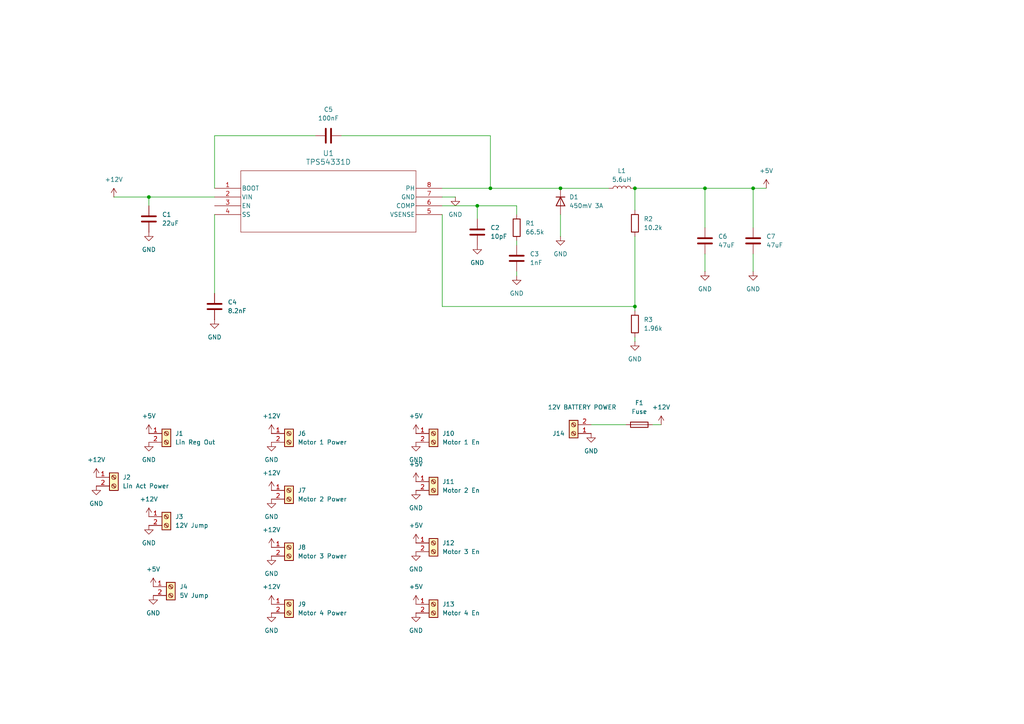
<source format=kicad_sch>
(kicad_sch (version 20231120) (generator "eeschema") (generator_version "8.0")
  (paper "A4")
  (lib_symbols
    (symbol "2024-11-13_22-21-45:TPS54331D" (pin_names (offset 0.254))
      (property "Reference" "U" (at 33.02 10.16 0))
      (property "Value" "TPS54331D" (at 33.02 7.62 0))
      (symbol "TPS54331D_1_1"
        (polyline (pts (xy 7.62 -12.7) (xy 58.42 -12.7)) (stroke (width 0.127)))
        (polyline (pts (xy 7.62 5.08) (xy 7.62 -12.7)) (stroke (width 0.127)))
        (polyline (pts (xy 58.42 -12.7) (xy 58.42 5.08)) (stroke (width 0.127)))
        (polyline (pts (xy 58.42 5.08) (xy 7.62 5.08)) (stroke (width 0.127)))
        (pin unspecified line (at 0 0 0) (length 7.62) (name "BOOT") (number "1"))
        (pin input line (at 0 -2.54 0) (length 7.62) (name "VIN") (number "2"))
        (pin unspecified line (at 0 -5.08 0) (length 7.62) (name "EN") (number "3"))
        (pin unspecified line (at 0 -7.62 0) (length 7.62) (name "SS") (number "4"))
        (pin unspecified line (at 66.04 -7.62 180) (length 7.62) (name "VSENSE") (number "5"))
        (pin output line (at 66.04 -5.08 180) (length 7.62) (name "COMP") (number "6"))
        (pin power_in line (at 66.04 -2.54 180) (length 7.62) (name "GND") (number "7"))
        (pin power_in line (at 66.04 0 180) (length 7.62) (name "PH") (number "8"))
      )
    )
    (symbol "Connector:Screw_Terminal_01x02" (pin_names (offset 1.016) hide)
      (property "Reference" "J" (at 0 2.54 0))
      (property "Value" "Screw_Terminal_01x02" (at 0 -5.08 0))
      (symbol "Screw_Terminal_01x02_1_1"
        (rectangle (start -1.27 1.27) (end 1.27 -3.81) (stroke (width 0.254)) (fill (type background)))
        (circle (center 0 -2.54) (radius 0.635) (stroke (width 0.1524)))
        (polyline (pts (xy -0.5334 -2.2098) (xy 0.3302 -3.048)) (stroke (width 0.1524)))
        (polyline (pts (xy -0.5334 0.3302) (xy 0.3302 -0.508)) (stroke (width 0.1524)))
        (polyline (pts (xy -0.3556 -2.032) (xy 0.508 -2.8702)) (stroke (width 0.1524)))
        (polyline (pts (xy -0.3556 0.508) (xy 0.508 -0.3302)) (stroke (width 0.1524)))
        (circle (center 0 0) (radius 0.635) (stroke (width 0.1524)))
        (pin passive line (at -5.08 0 0) (length 3.81) (name "Pin_1") (number "1"))
        (pin passive line (at -5.08 -2.54 0) (length 3.81) (name "Pin_2") (number "2"))
      )
    )
    (symbol "Device:C" (pin_numbers hide) (pin_names (offset 0.254))
      (property "Reference" "C" (at 0.635 2.54 0))
      (property "Value" "C" (at 0.635 -2.54 0))
      (symbol "C_0_1"
        (polyline (pts (xy -2.032 -0.762) (xy 2.032 -0.762)) (stroke (width 0.508)))
        (polyline (pts (xy -2.032 0.762) (xy 2.032 0.762)) (stroke (width 0.508)))
      )
      (symbol "C_1_1"
        (pin passive line (at 0 3.81 270) (length 2.794) (name "~") (number "1"))
        (pin passive line (at 0 -3.81 90) (length 2.794) (name "~") (number "2"))
      )
    )
    (symbol "Device:D" (pin_numbers hide) (pin_names (offset 1.016) hide)
      (property "Reference" "D" (at 0 2.54 0))
      (property "Value" "D" (at 0 -2.54 0))
      (symbol "D_0_1"
        (polyline (pts (xy -1.27 1.27) (xy -1.27 -1.27)) (stroke (width 0.254)))
        (polyline (pts (xy 1.27 0) (xy -1.27 0)))
        (polyline (pts (xy 1.27 1.27) (xy 1.27 -1.27) (xy -1.27 0) (xy 1.27 1.27)) (stroke (width 0.254)))
      )
      (symbol "D_1_1"
        (pin passive line (at -3.81 0 0) (length 2.54) (name "K") (number "1"))
        (pin passive line (at 3.81 0 180) (length 2.54) (name "A") (number "2"))
      )
    )
    (symbol "Device:Fuse" (pin_numbers hide) (pin_names (offset 0))
      (property "Reference" "F" (at 2.032 0 90))
      (property "Value" "Fuse" (at -1.905 0 90))
      (symbol "Fuse_0_1"
        (rectangle (start -0.762 -2.54) (end 0.762 2.54) (stroke (width 0.254)))
        (polyline (pts (xy 0 2.54) (xy 0 -2.54)))
      )
      (symbol "Fuse_1_1"
        (pin passive line (at 0 3.81 270) (length 1.27) (name "~") (number "1"))
        (pin passive line (at 0 -3.81 90) (length 1.27) (name "~") (number "2"))
      )
    )
    (symbol "Device:L" (pin_numbers hide) (pin_names (offset 1.016) hide)
      (property "Reference" "L" (at -1.27 0 90))
      (property "Value" "L" (at 1.905 0 90))
      (symbol "L_0_1"
        (arc (start 0 -2.54) (mid 0.6323 -1.905) (end 0 -1.27))
        (arc (start 0 -1.27) (mid 0.6323 -0.635) (end 0 0))
        (arc (start 0 0) (mid 0.6323 0.635) (end 0 1.27))
        (arc (start 0 1.27) (mid 0.6323 1.905) (end 0 2.54))
      )
      (symbol "L_1_1"
        (pin passive line (at 0 3.81 270) (length 1.27) (name "1") (number "1"))
        (pin passive line (at 0 -3.81 90) (length 1.27) (name "2") (number "2"))
      )
    )
    (symbol "Device:R" (pin_numbers hide) (pin_names (offset 0))
      (property "Reference" "R" (at 2.032 0 90))
      (property "Value" "R" (at 0 0 90))
      (symbol "R_0_1"
        (rectangle (start -1.016 -2.54) (end 1.016 2.54) (stroke (width 0.254)))
      )
      (symbol "R_1_1"
        (pin passive line (at 0 3.81 270) (length 1.27) (name "~") (number "1"))
        (pin passive line (at 0 -3.81 90) (length 1.27) (name "~") (number "2"))
      )
    )
    (symbol "power:+12V" (power) (pin_numbers hide) (pin_names (offset 0) hide)
      (property "Value" "+12V" (at 0 3.556 0))
      (symbol "+12V_0_1"
        (polyline (pts (xy -0.762 1.27) (xy 0 2.54)))
        (polyline (pts (xy 0 0) (xy 0 2.54)))
        (polyline (pts (xy 0 2.54) (xy 0.762 1.27)))
      )
      (symbol "+12V_1_1"
        (pin power_in line (at 0 0 90) (length 0) (name "~") (number "1"))
      )
    )
    (symbol "power:+5V" (power) (pin_numbers hide) (pin_names (offset 0) hide)
      (property "Value" "+5V" (at 0 3.556 0))
      (symbol "+5V_0_1"
        (polyline (pts (xy -0.762 1.27) (xy 0 2.54)))
        (polyline (pts (xy 0 0) (xy 0 2.54)))
        (polyline (pts (xy 0 2.54) (xy 0.762 1.27)))
      )
      (symbol "+5V_1_1"
        (pin power_in line (at 0 0 90) (length 0) (name "~") (number "1"))
      )
    )
    (symbol "power:GND" (power) (pin_numbers hide) (pin_names (offset 0) hide)
      (property "Value" "GND" (at 0 -3.81 0))
      (symbol "GND_0_1"
        (polyline (pts (xy 0 0) (xy 0 -1.27) (xy 1.27 -1.27) (xy 0 -2.54) (xy -1.27 -1.27) (xy 0 -1.27)))
      )
      (symbol "GND_1_1"
        (pin power_in line (at 0 0 270) (length 0) (name "~") (number "1"))
      )
    )
  )
  (junction (at 218.44 54.61))
  (junction (at 138.43 59.69))
  (junction (at 184.15 88.9))
  (junction (at 204.47 54.61))
  (junction (at 184.15 54.61))
  (junction (at 43.18 57.15))
  (junction (at 142.24 54.61))
  (junction (at 162.56 54.61))
  (wire (pts (xy 138.43 59.69) (xy 149.86 59.69)))
  (wire (pts (xy 43.18 57.15) (xy 43.18 59.69)))
  (wire (pts (xy 62.23 54.61) (xy 62.23 39.37)))
  (wire (pts (xy 184.15 54.61) (xy 204.47 54.61)))
  (wire (pts (xy 184.15 54.61) (xy 184.15 60.96)))
  (wire (pts (xy 43.18 57.15) (xy 62.23 57.15)))
  (wire (pts (xy 128.27 57.15) (xy 132.08 57.15)))
  (wire (pts (xy 204.47 73.66) (xy 204.47 78.74)))
  (wire (pts (xy 184.15 97.79) (xy 184.15 99.06)))
  (wire (pts (xy 149.86 69.85) (xy 149.86 71.12)))
  (wire (pts (xy 184.15 88.9) (xy 184.15 90.17)))
  (wire (pts (xy 218.44 54.61) (xy 218.44 66.04)))
  (wire (pts (xy 184.15 68.58) (xy 184.15 88.9)))
  (wire (pts (xy 142.24 39.37) (xy 142.24 54.61)))
  (wire (pts (xy 99.06 39.37) (xy 142.24 39.37)))
  (wire (pts (xy 162.56 54.61) (xy 176.53 54.61)))
  (wire (pts (xy 128.27 59.69) (xy 138.43 59.69)))
  (wire (pts (xy 33.02 57.15) (xy 43.18 57.15)))
  (wire (pts (xy 218.44 54.61) (xy 222.25 54.61)))
  (wire (pts (xy 162.56 62.23) (xy 162.56 68.58)))
  (wire (pts (xy 138.43 59.69) (xy 138.43 63.5)))
  (wire (pts (xy 218.44 73.66) (xy 218.44 78.74)))
  (wire (pts (xy 62.23 39.37) (xy 91.44 39.37)))
  (wire (pts (xy 189.23 123.19) (xy 191.77 123.19)))
  (wire (pts (xy 204.47 54.61) (xy 204.47 66.04)))
  (wire (pts (xy 184.15 88.9) (xy 128.27 88.9)))
  (wire (pts (xy 204.47 54.61) (xy 218.44 54.61)))
  (wire (pts (xy 149.86 78.74) (xy 149.86 80.01)))
  (wire (pts (xy 62.23 62.23) (xy 62.23 85.09)))
  (wire (pts (xy 149.86 59.69) (xy 149.86 62.23)))
  (wire (pts (xy 142.24 54.61) (xy 162.56 54.61)))
  (wire (pts (xy 128.27 88.9) (xy 128.27 62.23)))
  (wire (pts (xy 128.27 54.61) (xy 142.24 54.61)))
  (wire (pts (xy 171.45 123.19) (xy 181.61 123.19)))
  (symbol (lib_id "Connector:Screw_Terminal_01x02") (at 33.02 138.43 0) (unit 1)
    (property "Reference" "J2" (at 35.56 138.4299 0) (effects (justify left)))
    (property "Value" "Lin Act Power" (at 35.56 140.9699 0) (effects (justify left)))
    (property "Footprint" "TerminalBlock_Phoenix:TerminalBlock_Phoenix_MKDS-1,5-2-5.08_1x02_P5.08mm_Horizontal" (effects (hide yes)))
    (property "Description" "Generic screw terminal, single row, 01x02, script generated (kicad-library-utils/schlib/autogen/connector/)" (effects (hide yes)))
  )
  (symbol (lib_id "Device:C") (at 138.43 67.31 0) (unit 1)
    (property "Reference" "C2" (at 142.24 66.0399 0) (effects (justify left)))
    (property "Value" "10pF" (at 142.24 68.5799 0) (effects (justify left)))
    (property "Footprint" "Capacitor_SMD:C_0805_2012Metric_Pad1.18x1.45mm_HandSolder" (effects (hide yes)))
    (property "Description" "Unpolarized capacitor" (effects (hide yes)))
  )
  (symbol (lib_id "Connector:Screw_Terminal_01x02") (at 48.26 125.73 0) (unit 1)
    (property "Reference" "J1" (at 50.8 125.7299 0) (effects (justify left)))
    (property "Value" "Lin Reg Out" (at 50.8 128.2699 0) (effects (justify left)))
    (property "Footprint" "TerminalBlock_Phoenix:TerminalBlock_Phoenix_MKDS-1,5-2-5.08_1x02_P5.08mm_Horizontal" (effects (hide yes)))
    (property "Description" "Generic screw terminal, single row, 01x02, script generated (kicad-library-utils/schlib/autogen/connector/)" (effects (hide yes)))
  )
  (symbol (lib_id "power:+5V") (at 222.25 54.61 0) (unit 1)
    (property "Reference" "#PWR09" (effects (hide yes)))
    (property "Value" "+5V" (at 222.25 49.53 0))
    (property "Description" "Power symbol creates a global label with name \"+5V\"" (effects (hide yes)))
  )
  (symbol (lib_id "power:+12V") (at 33.02 57.15 0) (unit 1)
    (property "Reference" "#PWR02" (effects (hide yes)))
    (property "Value" "+12V" (at 33.02 52.07 0))
    (property "Description" "Power symbol creates a global label with name \"+12V\"" (effects (hide yes)))
  )
  (symbol (lib_id "power:+5V") (at 44.45 170.18 0) (unit 1)
    (property "Reference" "#PWR020" (effects (hide yes)))
    (property "Value" "+5V" (at 44.45 165.1 0))
    (property "Description" "Power symbol creates a global label with name \"+5V\"" (effects (hide yes)))
  )
  (symbol (lib_id "power:GND") (at 204.47 78.74 0) (unit 1)
    (property "Reference" "#PWR08" (effects (hide yes)))
    (property "Value" "GND" (at 204.47 83.82 0))
    (property "Description" "Power symbol creates a global label with name \"GND\" , ground" (effects (hide yes)))
  )
  (symbol (lib_id "power:GND") (at 132.08 57.15 0) (unit 1)
    (property "Reference" "#PWR010" (effects (hide yes)))
    (property "Value" "GND" (at 132.08 62.23 0))
    (property "Description" "Power symbol creates a global label with name \"GND\" , ground" (effects (hide yes)))
  )
  (symbol (lib_id "power:GND") (at 43.18 152.4 0) (unit 1)
    (property "Reference" "#PWR014" (effects (hide yes)))
    (property "Value" "GND" (at 43.18 157.48 0))
    (property "Description" "Power symbol creates a global label with name \"GND\" , ground" (effects (hide yes)))
  )
  (symbol (lib_id "power:GND") (at 78.74 144.78 0) (unit 1)
    (property "Reference" "#PWR027" (effects (hide yes)))
    (property "Value" "GND" (at 78.74 149.86 0))
    (property "Description" "Power symbol creates a global label with name \"GND\" , ground" (effects (hide yes)))
  )
  (symbol (lib_id "power:GND") (at 44.45 172.72 0) (unit 1)
    (property "Reference" "#PWR015" (effects (hide yes)))
    (property "Value" "GND" (at 44.45 177.8 0))
    (property "Description" "Power symbol creates a global label with name \"GND\" , ground" (effects (hide yes)))
  )
  (symbol (lib_id "power:GND") (at 149.86 80.01 0) (unit 1)
    (property "Reference" "#PWR04" (effects (hide yes)))
    (property "Value" "GND" (at 149.86 85.09 0))
    (property "Description" "Power symbol creates a global label with name \"GND\" , ground" (effects (hide yes)))
  )
  (symbol (lib_id "power:GND") (at 43.18 128.27 0) (unit 1)
    (property "Reference" "#PWR012" (effects (hide yes)))
    (property "Value" "GND" (at 43.18 133.35 0))
    (property "Description" "Power symbol creates a global label with name \"GND\" , ground" (effects (hide yes)))
  )
  (symbol (lib_id "Connector:Screw_Terminal_01x02") (at 83.82 125.73 0) (unit 1)
    (property "Reference" "J6" (at 86.36 125.7299 0) (effects (justify left)))
    (property "Value" "Motor 1 Power" (at 86.36 128.2699 0) (effects (justify left)))
    (property "Footprint" "TerminalBlock_Phoenix:TerminalBlock_Phoenix_MKDS-1,5-2-5.08_1x02_P5.08mm_Horizontal" (effects (hide yes)))
    (property "Description" "Generic screw terminal, single row, 01x02, script generated (kicad-library-utils/schlib/autogen/connector/)" (effects (hide yes)))
  )
  (symbol (lib_id "power:GND") (at 120.65 160.02 0) (unit 1)
    (property "Reference" "#PWR032" (effects (hide yes)))
    (property "Value" "GND" (at 120.65 165.1 0))
    (property "Description" "Power symbol creates a global label with name \"GND\" , ground" (effects (hide yes)))
  )
  (symbol (lib_id "power:+5V") (at 120.65 157.48 0) (unit 1)
    (property "Reference" "#PWR039" (effects (hide yes)))
    (property "Value" "+5V" (at 120.65 152.4 0))
    (property "Description" "Power symbol creates a global label with name \"+5V\"" (effects (hide yes)))
  )
  (symbol (lib_id "power:GND") (at 62.23 92.71 0) (unit 1)
    (property "Reference" "#PWR03" (effects (hide yes)))
    (property "Value" "GND" (at 62.23 97.79 0))
    (property "Description" "Power symbol creates a global label with name \"GND\" , ground" (effects (hide yes)))
  )
  (symbol (lib_id "power:GND") (at 138.43 71.12 0) (unit 1)
    (property "Reference" "#PWR05" (effects (hide yes)))
    (property "Value" "GND" (at 138.43 76.2 0))
    (property "Description" "Power symbol creates a global label with name \"GND\" , ground" (effects (hide yes)))
  )
  (symbol (lib_id "power:+12V") (at 191.77 123.19 0) (unit 1)
    (property "Reference" "#PWR021" (effects (hide yes)))
    (property "Value" "+12V" (at 191.77 118.11 0))
    (property "Description" "Power symbol creates a global label with name \"+12V\"" (effects (hide yes)))
  )
  (symbol (lib_id "Device:C") (at 204.47 69.85 0) (unit 1)
    (property "Reference" "C6" (at 208.28 68.5799 0) (effects (justify left)))
    (property "Value" "47uF" (at 208.28 71.1199 0) (effects (justify left)))
    (property "Footprint" "Capacitor_SMD:C_0805_2012Metric_Pad1.18x1.45mm_HandSolder" (effects (hide yes)))
    (property "Description" "Unpolarized capacitor" (effects (hide yes)))
  )
  (symbol (lib_id "Connector:Screw_Terminal_01x02") (at 125.73 139.7 0) (unit 1)
    (property "Reference" "J11" (at 128.27 139.6999 0) (effects (justify left)))
    (property "Value" "Motor 2 En" (at 128.27 142.2399 0) (effects (justify left)))
    (property "Footprint" "TerminalBlock_Phoenix:TerminalBlock_Phoenix_MKDS-1,5-2-5.08_1x02_P5.08mm_Horizontal" (effects (hide yes)))
    (property "Description" "Generic screw terminal, single row, 01x02, script generated (kicad-library-utils/schlib/autogen/connector/)" (effects (hide yes)))
  )
  (symbol (lib_id "Device:C") (at 43.18 63.5 0) (unit 1)
    (property "Reference" "C1" (at 46.99 62.2299 0) (effects (justify left)))
    (property "Value" "22uF" (at 46.99 64.7699 0) (effects (justify left)))
    (property "Footprint" "Capacitor_SMD:C_0805_2012Metric_Pad1.18x1.45mm_HandSolder" (effects (hide yes)))
    (property "Description" "Unpolarized capacitor" (effects (hide yes)))
  )
  (symbol (lib_id "Connector:Screw_Terminal_01x02") (at 83.82 158.75 0) (unit 1)
    (property "Reference" "J8" (at 86.36 158.7499 0) (effects (justify left)))
    (property "Value" "Motor 3 Power" (at 86.36 161.2899 0) (effects (justify left)))
    (property "Footprint" "TerminalBlock_Phoenix:TerminalBlock_Phoenix_MKDS-1,5-2-5.08_1x02_P5.08mm_Horizontal" (effects (hide yes)))
    (property "Description" "Generic screw terminal, single row, 01x02, script generated (kicad-library-utils/schlib/autogen/connector/)" (effects (hide yes)))
  )
  (symbol (lib_id "power:GND") (at 78.74 161.29 0) (unit 1)
    (property "Reference" "#PWR028" (effects (hide yes)))
    (property "Value" "GND" (at 78.74 166.37 0))
    (property "Description" "Power symbol creates a global label with name \"GND\" , ground" (effects (hide yes)))
  )
  (symbol (lib_id "Connector:Screw_Terminal_01x02") (at 48.26 149.86 0) (unit 1)
    (property "Reference" "J3" (at 50.8 149.8599 0) (effects (justify left)))
    (property "Value" "12V Jump" (at 50.8 152.3999 0) (effects (justify left)))
    (property "Footprint" "TerminalBlock_Phoenix:TerminalBlock_Phoenix_MKDS-1,5-2-5.08_1x02_P5.08mm_Horizontal" (effects (hide yes)))
    (property "Description" "Generic screw terminal, single row, 01x02, script generated (kicad-library-utils/schlib/autogen/connector/)" (effects (hide yes)))
  )
  (symbol (lib_id "power:+12V") (at 78.74 142.24 0) (unit 1)
    (property "Reference" "#PWR034" (effects (hide yes)))
    (property "Value" "+12V" (at 78.74 137.16 0))
    (property "Description" "Power symbol creates a global label with name \"+12V\"" (effects (hide yes)))
  )
  (symbol (lib_id "Device:C") (at 218.44 69.85 0) (unit 1)
    (property "Reference" "C7" (at 222.25 68.5799 0) (effects (justify left)))
    (property "Value" "47uF" (at 222.25 71.1199 0) (effects (justify left)))
    (property "Footprint" "Capacitor_SMD:C_0805_2012Metric_Pad1.18x1.45mm_HandSolder" (effects (hide yes)))
    (property "Description" "Unpolarized capacitor" (effects (hide yes)))
  )
  (symbol (lib_id "power:+5V") (at 120.65 139.7 0) (unit 1)
    (property "Reference" "#PWR038" (effects (hide yes)))
    (property "Value" "+5V" (at 120.65 134.62 0))
    (property "Description" "Power symbol creates a global label with name \"+5V\"" (effects (hide yes)))
  )
  (symbol (lib_id "Device:C") (at 149.86 74.93 0) (unit 1)
    (property "Reference" "C3" (at 153.67 73.6599 0) (effects (justify left)))
    (property "Value" "1nF" (at 153.67 76.1999 0) (effects (justify left)))
    (property "Footprint" "Capacitor_SMD:C_0805_2012Metric_Pad1.18x1.45mm_HandSolder" (effects (hide yes)))
    (property "Description" "Unpolarized capacitor" (effects (hide yes)))
  )
  (symbol (lib_id "Device:R") (at 184.15 64.77 0) (unit 1)
    (property "Reference" "R2" (at 186.69 63.4999 0) (effects (justify left)))
    (property "Value" "10.2k" (at 186.69 66.0399 0) (effects (justify left)))
    (property "Footprint" "Resistor_SMD:R_0805_2012Metric_Pad1.20x1.40mm_HandSolder" (effects (hide yes)))
    (property "Description" "Resistor" (effects (hide yes)))
  )
  (symbol (lib_id "Device:R") (at 184.15 93.98 0) (unit 1)
    (property "Reference" "R3" (at 186.69 92.7099 0) (effects (justify left)))
    (property "Value" "1.96k" (at 186.69 95.2499 0) (effects (justify left)))
    (property "Footprint" "Resistor_SMD:R_0805_2012Metric_Pad1.20x1.40mm_HandSolder" (effects (hide yes)))
    (property "Description" "Resistor" (effects (hide yes)))
  )
  (symbol (lib_id "Connector:Screw_Terminal_01x02") (at 49.53 170.18 0) (unit 1)
    (property "Reference" "J4" (at 52.07 170.1799 0) (effects (justify left)))
    (property "Value" "5V Jump" (at 52.07 172.7199 0) (effects (justify left)))
    (property "Footprint" "TerminalBlock_Phoenix:TerminalBlock_Phoenix_MKDS-1,5-2-5.08_1x02_P5.08mm_Horizontal" (effects (hide yes)))
    (property "Description" "Generic screw terminal, single row, 01x02, script generated (kicad-library-utils/schlib/autogen/connector/)" (effects (hide yes)))
  )
  (symbol (lib_id "power:GND") (at 218.44 78.74 0) (unit 1)
    (property "Reference" "#PWR011" (effects (hide yes)))
    (property "Value" "GND" (at 218.44 83.82 0))
    (property "Description" "Power symbol creates a global label with name \"GND\" , ground" (effects (hide yes)))
  )
  (symbol (lib_id "Connector:Screw_Terminal_01x02") (at 125.73 175.26 0) (unit 1)
    (property "Reference" "J13" (at 128.27 175.2599 0) (effects (justify left)))
    (property "Value" "Motor 4 En" (at 128.27 177.7999 0) (effects (justify left)))
    (property "Footprint" "TerminalBlock_Phoenix:TerminalBlock_Phoenix_MKDS-1,5-2-5.08_1x02_P5.08mm_Horizontal" (effects (hide yes)))
    (property "Description" "Generic screw terminal, single row, 01x02, script generated (kicad-library-utils/schlib/autogen/connector/)" (effects (hide yes)))
  )
  (symbol (lib_id "Connector:Screw_Terminal_01x02") (at 83.82 142.24 0) (unit 1)
    (property "Reference" "J7" (at 86.36 142.2399 0) (effects (justify left)))
    (property "Value" "Motor 2 Power" (at 86.36 144.7799 0) (effects (justify left)))
    (property "Footprint" "TerminalBlock_Phoenix:TerminalBlock_Phoenix_MKDS-1,5-2-5.08_1x02_P5.08mm_Horizontal" (effects (hide yes)))
    (property "Description" "Generic screw terminal, single row, 01x02, script generated (kicad-library-utils/schlib/autogen/connector/)" (effects (hide yes)))
  )
  (symbol (lib_id "power:GND") (at 43.18 67.31 0) (unit 1)
    (property "Reference" "#PWR01" (effects (hide yes)))
    (property "Value" "GND" (at 43.18 72.39 0))
    (property "Description" "Power symbol creates a global label with name \"GND\" , ground" (effects (hide yes)))
  )
  (symbol (lib_id "Device:L") (at 180.34 54.61 90) (unit 1)
    (property "Reference" "L1" (at 180.34 49.53 90))
    (property "Value" "5.6uH" (at 180.34 52.07 90))
    (property "Footprint" "IHLP:IND25X25CZ" (effects (hide yes)))
    (property "Description" "Inductor" (effects (hide yes)))
  )
  (symbol (lib_id "power:GND") (at 78.74 128.27 0) (unit 1)
    (property "Reference" "#PWR026" (effects (hide yes)))
    (property "Value" "GND" (at 78.74 133.35 0))
    (property "Description" "Power symbol creates a global label with name \"GND\" , ground" (effects (hide yes)))
  )
  (symbol (lib_id "power:GND") (at 162.56 68.58 0) (unit 1)
    (property "Reference" "#PWR06" (effects (hide yes)))
    (property "Value" "GND" (at 162.56 73.66 0))
    (property "Description" "Power symbol creates a global label with name \"GND\" , ground" (effects (hide yes)))
  )
  (symbol (lib_id "Device:R") (at 149.86 66.04 0) (unit 1)
    (property "Reference" "R1" (at 152.4 64.7699 0) (effects (justify left)))
    (property "Value" "66.5k" (at 152.4 67.3099 0) (effects (justify left)))
    (property "Footprint" "Resistor_SMD:R_0805_2012Metric_Pad1.20x1.40mm_HandSolder" (effects (hide yes)))
    (property "Description" "Resistor" (effects (hide yes)))
  )
  (symbol (lib_id "2024-11-13_22-21-45:TPS54331D") (at 62.23 54.61 0) (unit 1)
    (property "Reference" "U1" (at 95.25 44.45 0) (effects (font (size 1.524 1.524))))
    (property "Value" "TPS54331D" (at 95.25 46.99 0) (effects (font (size 1.524 1.524))))
    (property "Footprint" "TPS54331:D8" (effects (hide yes)))
    (property "Datasheet" "TPS54331D" (effects (hide yes)))
  )
  (symbol (lib_id "power:+12V") (at 78.74 175.26 0) (unit 1)
    (property "Reference" "#PWR036" (effects (hide yes)))
    (property "Value" "+12V" (at 78.74 170.18 0))
    (property "Description" "Power symbol creates a global label with name \"+12V\"" (effects (hide yes)))
  )
  (symbol (lib_id "Connector:Screw_Terminal_01x02") (at 125.73 125.73 0) (unit 1)
    (property "Reference" "J10" (at 128.27 125.7299 0) (effects (justify left)))
    (property "Value" "Motor 1 En" (at 128.27 128.2699 0) (effects (justify left)))
    (property "Footprint" "TerminalBlock_Phoenix:TerminalBlock_Phoenix_MKDS-1,5-2-5.08_1x02_P5.08mm_Horizontal" (effects (hide yes)))
    (property "Description" "Generic screw terminal, single row, 01x02, script generated (kicad-library-utils/schlib/autogen/connector/)" (effects (hide yes)))
  )
  (symbol (lib_id "power:+5V") (at 43.18 125.73 0) (unit 1)
    (property "Reference" "#PWR017" (effects (hide yes)))
    (property "Value" "+5V" (at 43.18 120.65 0))
    (property "Description" "Power symbol creates a global label with name \"+5V\"" (effects (hide yes)))
  )
  (symbol (lib_id "Connector:Screw_Terminal_01x02") (at 166.37 125.73 180) (unit 1)
    (property "Reference" "J14" (at 163.83 125.7301 0) (effects (justify left)))
    (property "Value" "12V BATTERY POWER" (at 178.816 118.11 0) (effects (justify left)))
    (property "Footprint" "TerminalBlock_Phoenix:TerminalBlock_Phoenix_MKDS-1,5-2-5.08_1x02_P5.08mm_Horizontal" (effects (hide yes)))
    (property "Description" "Generic screw terminal, single row, 01x02, script generated (kicad-library-utils/schlib/autogen/connector/)" (effects (hide yes)))
  )
  (symbol (lib_id "power:+12V") (at 27.94 138.43 0) (unit 1)
    (property "Reference" "#PWR022" (effects (hide yes)))
    (property "Value" "+12V" (at 27.94 133.35 0))
    (property "Description" "Power symbol creates a global label with name \"+12V\"" (effects (hide yes)))
  )
  (symbol (lib_id "power:GND") (at 120.65 128.27 0) (unit 1)
    (property "Reference" "#PWR030" (effects (hide yes)))
    (property "Value" "GND" (at 120.65 133.35 0))
    (property "Description" "Power symbol creates a global label with name \"GND\" , ground" (effects (hide yes)))
  )
  (symbol (lib_id "power:GND") (at 27.94 140.97 0) (unit 1)
    (property "Reference" "#PWR013" (effects (hide yes)))
    (property "Value" "GND" (at 27.94 146.05 0))
    (property "Description" "Power symbol creates a global label with name \"GND\" , ground" (effects (hide yes)))
  )
  (symbol (lib_id "power:GND") (at 120.65 142.24 0) (unit 1)
    (property "Reference" "#PWR031" (effects (hide yes)))
    (property "Value" "GND" (at 120.65 147.32 0))
    (property "Description" "Power symbol creates a global label with name \"GND\" , ground" (effects (hide yes)))
  )
  (symbol (lib_id "Device:D") (at 162.56 58.42 270) (unit 1)
    (property "Reference" "D1" (at 165.1 57.1499 90) (effects (justify left)))
    (property "Value" "450mV 3A" (at 165.1 59.6899 90) (effects (justify left)))
    (property "Footprint" "B340LA:DIODE_SODB340_2P92X4P6_DIO" (effects (hide yes)))
    (property "Description" "Diode" (effects (hide yes)))
    (property "Sim.Device" "D" (effects (hide yes)))
    (property "Sim.Pins" "1=K 2=A" (effects (hide yes)))
  )
  (symbol (lib_id "power:GND") (at 184.15 99.06 0) (unit 1)
    (property "Reference" "#PWR07" (effects (hide yes)))
    (property "Value" "GND" (at 184.15 104.14 0))
    (property "Description" "Power symbol creates a global label with name \"GND\" , ground" (effects (hide yes)))
  )
  (symbol (lib_id "power:+5V") (at 120.65 125.73 0) (unit 1)
    (property "Reference" "#PWR037" (effects (hide yes)))
    (property "Value" "+5V" (at 120.65 120.65 0))
    (property "Description" "Power symbol creates a global label with name \"+5V\"" (effects (hide yes)))
  )
  (symbol (lib_id "Device:Fuse") (at 185.42 123.19 90) (unit 1)
    (property "Reference" "F1" (at 185.42 116.84 90))
    (property "Value" "Fuse" (at 185.42 119.38 90))
    (property "Footprint" "Fuse:Fuseholder_Littelfuse_Nano2_154x" (effects (hide yes)))
    (property "Description" "Fuse" (effects (hide yes)))
  )
  (symbol (lib_id "Device:C") (at 62.23 88.9 0) (unit 1)
    (property "Reference" "C4" (at 66.04 87.6299 0) (effects (justify left)))
    (property "Value" "8.2nF" (at 66.04 90.1699 0) (effects (justify left)))
    (property "Footprint" "Capacitor_SMD:C_1206_3216Metric_Pad1.33x1.80mm_HandSolder" (effects (hide yes)))
    (property "Description" "Unpolarized capacitor" (effects (hide yes)))
  )
  (symbol (lib_id "Device:C") (at 95.25 39.37 90) (unit 1)
    (property "Reference" "C5" (at 95.25 31.75 90))
    (property "Value" "100nF" (at 95.25 34.29 90))
    (property "Footprint" "Capacitor_SMD:C_0805_2012Metric_Pad1.18x1.45mm_HandSolder" (effects (hide yes)))
    (property "Description" "Unpolarized capacitor" (effects (hide yes)))
  )
  (symbol (lib_id "power:+12V") (at 78.74 158.75 0) (unit 1)
    (property "Reference" "#PWR035" (effects (hide yes)))
    (property "Value" "+12V" (at 78.74 153.67 0))
    (property "Description" "Power symbol creates a global label with name \"+12V\"" (effects (hide yes)))
  )
  (symbol (lib_id "power:GND") (at 171.45 125.73 0) (unit 1)
    (property "Reference" "#PWR019" (effects (hide yes)))
    (property "Value" "GND" (at 171.45 130.81 0))
    (property "Description" "Power symbol creates a global label with name \"GND\" , ground" (effects (hide yes)))
  )
  (symbol (lib_id "power:+12V") (at 43.18 149.86 0) (unit 1)
    (property "Reference" "#PWR024" (effects (hide yes)))
    (property "Value" "+12V" (at 43.18 144.78 0))
    (property "Description" "Power symbol creates a global label with name \"+12V\"" (effects (hide yes)))
  )
  (symbol (lib_id "power:+5V") (at 120.65 175.26 0) (unit 1)
    (property "Reference" "#PWR040" (effects (hide yes)))
    (property "Value" "+5V" (at 120.65 170.18 0))
    (property "Description" "Power symbol creates a global label with name \"+5V\"" (effects (hide yes)))
  )
  (symbol (lib_id "power:+12V") (at 78.74 125.73 0) (unit 1)
    (property "Reference" "#PWR018" (effects (hide yes)))
    (property "Value" "+12V" (at 78.74 120.65 0))
    (property "Description" "Power symbol creates a global label with name \"+12V\"" (effects (hide yes)))
  )
  (symbol (lib_id "power:GND") (at 120.65 177.8 0) (unit 1)
    (property "Reference" "#PWR033" (effects (hide yes)))
    (property "Value" "GND" (at 120.65 182.88 0))
    (property "Description" "Power symbol creates a global label with name \"GND\" , ground" (effects (hide yes)))
  )
  (symbol (lib_id "power:GND") (at 78.74 177.8 0) (unit 1)
    (property "Reference" "#PWR029" (effects (hide yes)))
    (property "Value" "GND" (at 78.74 182.88 0))
    (property "Description" "Power symbol creates a global label with name \"GND\" , ground" (effects (hide yes)))
  )
  (symbol (lib_id "Connector:Screw_Terminal_01x02") (at 83.82 175.26 0) (unit 1)
    (property "Reference" "J9" (at 86.36 175.2599 0) (effects (justify left)))
    (property "Value" "Motor 4 Power" (at 86.36 177.7999 0) (effects (justify left)))
    (property "Footprint" "TerminalBlock_Phoenix:TerminalBlock_Phoenix_MKDS-1,5-2-5.08_1x02_P5.08mm_Horizontal" (effects (hide yes)))
    (property "Description" "Generic screw terminal, single row, 01x02, script generated (kicad-library-utils/schlib/autogen/connector/)" (effects (hide yes)))
  )
  (symbol (lib_id "Connector:Screw_Terminal_01x02") (at 125.73 157.48 0) (unit 1)
    (property "Reference" "J12" (at 128.27 157.4799 0) (effects (justify left)))
    (property "Value" "Motor 3 En" (at 128.27 160.0199 0) (effects (justify left)))
    (property "Footprint" "TerminalBlock_Phoenix:TerminalBlock_Phoenix_MKDS-1,5-2-5.08_1x02_P5.08mm_Horizontal" (effects (hide yes)))
    (property "Description" "Generic screw terminal, single row, 01x02, script generated (kicad-library-utils/schlib/autogen/connector/)" (effects (hide yes)))
  )
)
</source>
